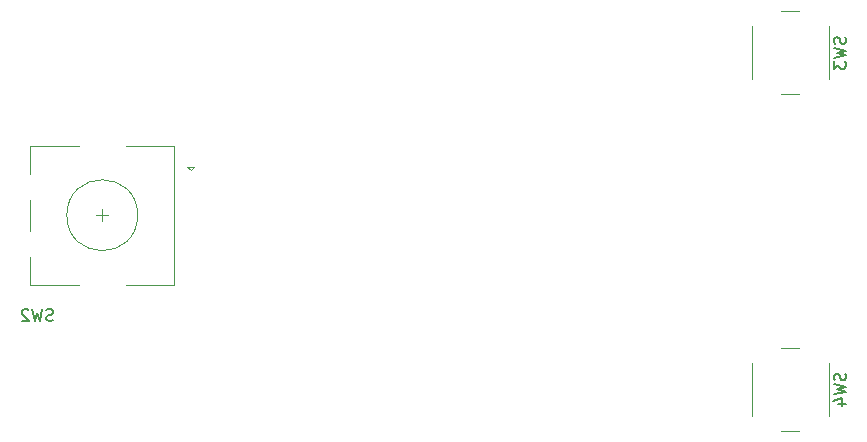
<source format=gbr>
%TF.GenerationSoftware,KiCad,Pcbnew,(5.1.10)-1*%
%TF.CreationDate,2022-01-05T23:07:18-06:00*%
%TF.ProjectId,HotPlate_TempControl,486f7450-6c61-4746-955f-54656d70436f,rev?*%
%TF.SameCoordinates,Original*%
%TF.FileFunction,Legend,Bot*%
%TF.FilePolarity,Positive*%
%FSLAX46Y46*%
G04 Gerber Fmt 4.6, Leading zero omitted, Abs format (unit mm)*
G04 Created by KiCad (PCBNEW (5.1.10)-1) date 2022-01-05 23:07:18*
%MOMM*%
%LPD*%
G01*
G04 APERTURE LIST*
%ADD10C,0.120000*%
%ADD11C,0.150000*%
G04 APERTURE END LIST*
D10*
%TO.C,SW4*%
X181500000Y-102250000D02*
X183000000Y-102250000D01*
X185500000Y-103500000D02*
X185500000Y-108000000D01*
X183000000Y-109250000D02*
X181500000Y-109250000D01*
X179000000Y-108000000D02*
X179000000Y-103500000D01*
%TO.C,SW3*%
X179000000Y-79500000D02*
X179000000Y-75000000D01*
X183000000Y-80750000D02*
X181500000Y-80750000D01*
X185500000Y-75000000D02*
X185500000Y-79500000D01*
X181500000Y-73750000D02*
X183000000Y-73750000D01*
%TO.C,SW2*%
X127000000Y-91000000D02*
G75*
G03*
X127000000Y-91000000I-3000000J0D01*
G01*
X122000000Y-85100000D02*
X117900000Y-85100000D01*
X117900000Y-96900000D02*
X122000000Y-96900000D01*
X126000000Y-96900000D02*
X130100000Y-96900000D01*
X126000000Y-85100000D02*
X130100000Y-85100000D01*
X130100000Y-85100000D02*
X130100000Y-96900000D01*
X131500000Y-87200000D02*
X131800000Y-86900000D01*
X131800000Y-86900000D02*
X131200000Y-86900000D01*
X131200000Y-86900000D02*
X131500000Y-87200000D01*
X117900000Y-85100000D02*
X117900000Y-87500000D01*
X117900000Y-89700000D02*
X117900000Y-92300000D01*
X117900000Y-94500000D02*
X117900000Y-96900000D01*
X124000000Y-90500000D02*
X124000000Y-91500000D01*
X124500000Y-91000000D02*
X123500000Y-91000000D01*
%TO.C,SW4*%
D11*
X186904761Y-104416666D02*
X186952380Y-104559523D01*
X186952380Y-104797619D01*
X186904761Y-104892857D01*
X186857142Y-104940476D01*
X186761904Y-104988095D01*
X186666666Y-104988095D01*
X186571428Y-104940476D01*
X186523809Y-104892857D01*
X186476190Y-104797619D01*
X186428571Y-104607142D01*
X186380952Y-104511904D01*
X186333333Y-104464285D01*
X186238095Y-104416666D01*
X186142857Y-104416666D01*
X186047619Y-104464285D01*
X186000000Y-104511904D01*
X185952380Y-104607142D01*
X185952380Y-104845238D01*
X186000000Y-104988095D01*
X185952380Y-105321428D02*
X186952380Y-105559523D01*
X186238095Y-105750000D01*
X186952380Y-105940476D01*
X185952380Y-106178571D01*
X186285714Y-106988095D02*
X186952380Y-106988095D01*
X185904761Y-106750000D02*
X186619047Y-106511904D01*
X186619047Y-107130952D01*
%TO.C,SW3*%
X186904761Y-75916666D02*
X186952380Y-76059523D01*
X186952380Y-76297619D01*
X186904761Y-76392857D01*
X186857142Y-76440476D01*
X186761904Y-76488095D01*
X186666666Y-76488095D01*
X186571428Y-76440476D01*
X186523809Y-76392857D01*
X186476190Y-76297619D01*
X186428571Y-76107142D01*
X186380952Y-76011904D01*
X186333333Y-75964285D01*
X186238095Y-75916666D01*
X186142857Y-75916666D01*
X186047619Y-75964285D01*
X186000000Y-76011904D01*
X185952380Y-76107142D01*
X185952380Y-76345238D01*
X186000000Y-76488095D01*
X185952380Y-76821428D02*
X186952380Y-77059523D01*
X186238095Y-77250000D01*
X186952380Y-77440476D01*
X185952380Y-77678571D01*
X185952380Y-77964285D02*
X185952380Y-78583333D01*
X186333333Y-78250000D01*
X186333333Y-78392857D01*
X186380952Y-78488095D01*
X186428571Y-78535714D01*
X186523809Y-78583333D01*
X186761904Y-78583333D01*
X186857142Y-78535714D01*
X186904761Y-78488095D01*
X186952380Y-78392857D01*
X186952380Y-78107142D01*
X186904761Y-78011904D01*
X186857142Y-77964285D01*
%TO.C,SW2*%
X119833333Y-99904761D02*
X119690476Y-99952380D01*
X119452380Y-99952380D01*
X119357142Y-99904761D01*
X119309523Y-99857142D01*
X119261904Y-99761904D01*
X119261904Y-99666666D01*
X119309523Y-99571428D01*
X119357142Y-99523809D01*
X119452380Y-99476190D01*
X119642857Y-99428571D01*
X119738095Y-99380952D01*
X119785714Y-99333333D01*
X119833333Y-99238095D01*
X119833333Y-99142857D01*
X119785714Y-99047619D01*
X119738095Y-99000000D01*
X119642857Y-98952380D01*
X119404761Y-98952380D01*
X119261904Y-99000000D01*
X118928571Y-98952380D02*
X118690476Y-99952380D01*
X118500000Y-99238095D01*
X118309523Y-99952380D01*
X118071428Y-98952380D01*
X117738095Y-99047619D02*
X117690476Y-99000000D01*
X117595238Y-98952380D01*
X117357142Y-98952380D01*
X117261904Y-99000000D01*
X117214285Y-99047619D01*
X117166666Y-99142857D01*
X117166666Y-99238095D01*
X117214285Y-99380952D01*
X117785714Y-99952380D01*
X117166666Y-99952380D01*
%TD*%
M02*

</source>
